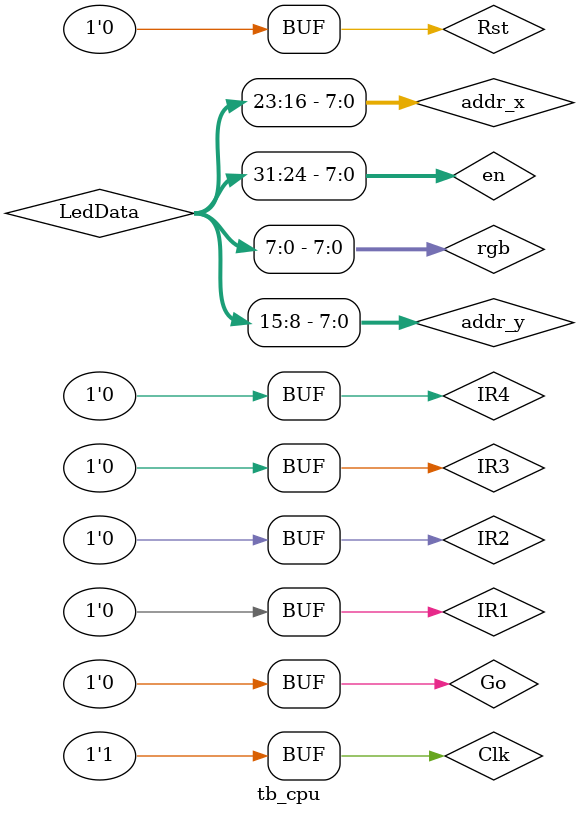
<source format=v>
`timescale 1ns / 1ps



module tb_cpu();
    reg Clk,Rst,Go;
    wire [31:0] LedData;
    wire [31:0] PC,IR;
    reg IR1,IR2,IR3,IR4;
    wire w1,w2,w3,w4;
    initial begin
        Rst=1;
        Go=0;
        IR1=0;
        IR2=0;
        IR3=0;
        IR4=0;
        #5;
        Rst=0;
        #2000;
        IR1=1;
        #5;
        IR1=0;
//        #4000;
//        IR2=1;
//        #5;
//        IR2=0;
//        #4000;
//        IR3=1;
//        #5;
//        IR3=0;
       

    end
    
    always begin
        Clk=0;
        #10;
        Clk=1;
        #10;
    end
    
    wire [7:0] en,addr_x,addr_y,rgb;
    assign en=LedData[31:24];
    assign addr_x=LedData[23:16];
    assign addr_y=LedData[15:8];
    assign rgb=LedData[7:0];
    Single_Cycle_CPU_1_int tb_cpu( .Clk0(Clk),
                                 .Go(Go),
                                 .RST(Rst),
                                 .LedData(LedData),
                                 .PC(PC),
                                 .IR(IR),
                                 .IR1(IR1),
                                 .IR2(IR2),
                                 .IR3(IR3),
                                 .IR4(IR4),
                                 .w1(w1),
                                 .w2(w2),
                                 .w3(w3),
                                 .w4(w4),
                                 .s_rate_0(0),
                                 .s_rate_1(0)
                              );

endmodule
</source>
